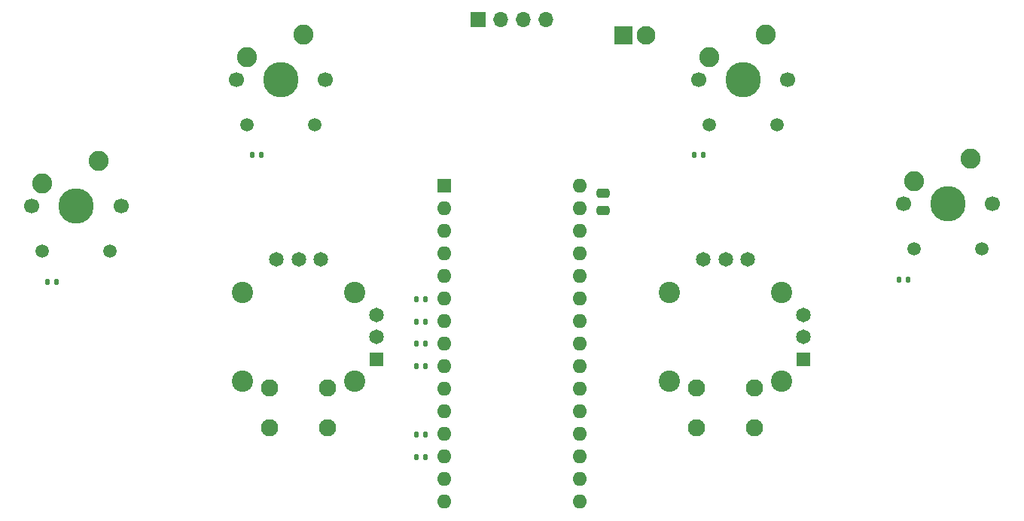
<source format=gts>
%TF.GenerationSoftware,KiCad,Pcbnew,(6.0.9)*%
%TF.CreationDate,2023-05-29T17:24:41+10:00*%
%TF.ProjectId,Joysticks,4a6f7973-7469-4636-9b73-2e6b69636164,rev?*%
%TF.SameCoordinates,PX3d09000PY568bc30*%
%TF.FileFunction,Soldermask,Top*%
%TF.FilePolarity,Negative*%
%FSLAX46Y46*%
G04 Gerber Fmt 4.6, Leading zero omitted, Abs format (unit mm)*
G04 Created by KiCad (PCBNEW (6.0.9)) date 2023-05-29 17:24:41*
%MOMM*%
%LPD*%
G01*
G04 APERTURE LIST*
G04 Aperture macros list*
%AMRoundRect*
0 Rectangle with rounded corners*
0 $1 Rounding radius*
0 $2 $3 $4 $5 $6 $7 $8 $9 X,Y pos of 4 corners*
0 Add a 4 corners polygon primitive as box body*
4,1,4,$2,$3,$4,$5,$6,$7,$8,$9,$2,$3,0*
0 Add four circle primitives for the rounded corners*
1,1,$1+$1,$2,$3*
1,1,$1+$1,$4,$5*
1,1,$1+$1,$6,$7*
1,1,$1+$1,$8,$9*
0 Add four rect primitives between the rounded corners*
20,1,$1+$1,$2,$3,$4,$5,0*
20,1,$1+$1,$4,$5,$6,$7,0*
20,1,$1+$1,$6,$7,$8,$9,0*
20,1,$1+$1,$8,$9,$2,$3,0*%
G04 Aperture macros list end*
%ADD10C,1.950000*%
%ADD11C,2.400000*%
%ADD12R,1.650000X1.650000*%
%ADD13C,1.650000*%
%ADD14RoundRect,0.135000X-0.135000X-0.185000X0.135000X-0.185000X0.135000X0.185000X-0.135000X0.185000X0*%
%ADD15C,1.700000*%
%ADD16C,3.987800*%
%ADD17C,1.508000*%
%ADD18C,2.250000*%
%ADD19R,1.600000X1.600000*%
%ADD20O,1.600000X1.600000*%
%ADD21R,2.100000X2.100000*%
%ADD22C,2.100000*%
%ADD23RoundRect,0.250000X-0.475000X0.250000X-0.475000X-0.250000X0.475000X-0.250000X0.475000X0.250000X0*%
%ADD24RoundRect,0.135000X0.135000X0.185000X-0.135000X0.185000X-0.135000X-0.185000X0.135000X-0.185000X0*%
%ADD25R,1.700000X1.700000*%
%ADD26O,1.700000X1.700000*%
G04 APERTURE END LIST*
D10*
%TO.C,U1*%
X8750000Y-25750000D03*
X15250000Y-25750000D03*
X8750000Y-30250000D03*
X15250000Y-30250000D03*
D11*
X18325000Y-15000000D03*
X5675000Y-15000000D03*
X5675000Y-25000000D03*
X18325000Y-25000000D03*
D12*
X20730000Y-22500000D03*
D13*
X20730000Y-20000000D03*
X20730000Y-17500000D03*
X14500000Y-11270000D03*
X12000000Y-11270000D03*
X9500000Y-11270000D03*
%TD*%
D14*
%TO.C,R2*%
X-16260000Y-13750000D03*
X-15240000Y-13750000D03*
%TD*%
D10*
%TO.C,U11*%
X56750000Y-25750000D03*
X63250000Y-25750000D03*
X56750000Y-30250000D03*
X63250000Y-30250000D03*
D11*
X66325000Y-15000000D03*
X53675000Y-15000000D03*
X53675000Y-25000000D03*
X66325000Y-25000000D03*
D12*
X68730000Y-22500000D03*
D13*
X68730000Y-20000000D03*
X68730000Y-17500000D03*
X62500000Y-11270000D03*
X60000000Y-11270000D03*
X57500000Y-11270000D03*
%TD*%
D14*
%TO.C,R8*%
X25240000Y-23250000D03*
X26260000Y-23250000D03*
%TD*%
D15*
%TO.C,U2*%
X57000000Y9000000D03*
X67000000Y9000000D03*
D16*
X62000000Y9000000D03*
D17*
X58190000Y3920000D03*
X65810000Y3920000D03*
D18*
X64510000Y14080000D03*
X58190000Y11540000D03*
%TD*%
D15*
%TO.C,U3*%
X-18000000Y-5250000D03*
X-8000000Y-5250000D03*
D16*
X-13000000Y-5250000D03*
D17*
X-16810000Y-10330000D03*
X-9190000Y-10330000D03*
D18*
X-10490000Y-170000D03*
X-16810000Y-2710000D03*
%TD*%
D14*
%TO.C,R14*%
X25240000Y-33500000D03*
X26260000Y-33500000D03*
%TD*%
D19*
%TO.C,A1*%
X28390000Y-2950000D03*
D20*
X28390000Y-5490000D03*
X28390000Y-8030000D03*
X28390000Y-10570000D03*
X28390000Y-13110000D03*
X28390000Y-15650000D03*
X28390000Y-18190000D03*
X28390000Y-20730000D03*
X28390000Y-23270000D03*
X28390000Y-25810000D03*
X28390000Y-28350000D03*
X28390000Y-30890000D03*
X28390000Y-33430000D03*
X28390000Y-35970000D03*
X28390000Y-38510000D03*
X43630000Y-38510000D03*
X43630000Y-35970000D03*
X43630000Y-33430000D03*
X43630000Y-30890000D03*
X43630000Y-28350000D03*
X43630000Y-25810000D03*
X43630000Y-23270000D03*
X43630000Y-20730000D03*
X43630000Y-18190000D03*
X43630000Y-15650000D03*
X43630000Y-13110000D03*
X43630000Y-10570000D03*
X43630000Y-8030000D03*
X43630000Y-5490000D03*
X43630000Y-2950000D03*
%TD*%
D21*
%TO.C,J1*%
X48480000Y14000000D03*
D22*
X51020000Y14000000D03*
%TD*%
D23*
%TO.C,C1*%
X46250000Y-3800000D03*
X46250000Y-5700000D03*
%TD*%
D14*
%TO.C,R13*%
X25240000Y-31000000D03*
X26260000Y-31000000D03*
%TD*%
%TO.C,R4*%
X6740000Y500000D03*
X7760000Y500000D03*
%TD*%
D16*
%TO.C,U4*%
X85000000Y-5000000D03*
D15*
X90000000Y-5000000D03*
X80000000Y-5000000D03*
D17*
X81190000Y-10080000D03*
X88810000Y-10080000D03*
D18*
X87510000Y80000D03*
X81190000Y-2460000D03*
%TD*%
D15*
%TO.C,U5*%
X5000000Y9000000D03*
X15000000Y9000000D03*
D16*
X10000000Y9000000D03*
D17*
X6190000Y3920000D03*
X13810000Y3920000D03*
D18*
X12510000Y14080000D03*
X6190000Y11540000D03*
%TD*%
D14*
%TO.C,R5*%
X25240000Y-15750000D03*
X26260000Y-15750000D03*
%TD*%
%TO.C,R6*%
X25240000Y-18250000D03*
X26260000Y-18250000D03*
%TD*%
D24*
%TO.C,R3*%
X80510000Y-13500000D03*
X79490000Y-13500000D03*
%TD*%
%TO.C,R1*%
X57510000Y500000D03*
X56490000Y500000D03*
%TD*%
D14*
%TO.C,R7*%
X25230000Y-20750000D03*
X26250000Y-20750000D03*
%TD*%
D25*
%TO.C,J4*%
X32200000Y15775000D03*
D26*
X34740000Y15775000D03*
X37280000Y15775000D03*
X39820000Y15775000D03*
%TD*%
M02*

</source>
